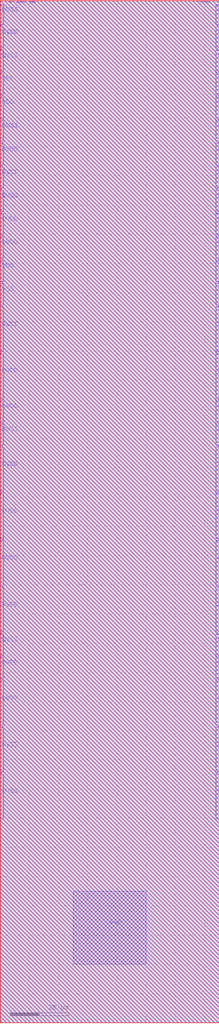
<source format=lef>
# Copyright 2022 GlobalFoundries PDK Authors
#
# Licensed under the Apache License, Version 2.0 (the "License");
# you may not use this file except in compliance with the License.
# You may obtain a copy of the License at
#
#     http://www.apache.org/licenses/LICENSE-2.0
#
# Unless required by applicable law or agreed to in writing, software
# distributed under the License is distributed on an "AS IS" BASIS,
# WITHOUT WARRANTIES OR CONDITIONS OF ANY KIND, either express or implied.
# See the License for the specific language governing permissions and
# limitations under the License.

MACRO gf180mcu_fd_io__bi_t
  CLASS PAD INOUT ;
  ORIGIN 0 0 ;
  FOREIGN gf180mcu_fd_io__bi_t 0 0 ;
  SIZE 75 BY 350 ;
  SYMMETRY X Y R90 ;
  SITE GF_IO_Site ;
    PIN PAD
        DIRECTION INOUT ;
        USE SIGNAL ;
        PORT
        LAYER Metal3  ;
        RECT 25.000 20.000 50.000 45.000 ;
        END
    END PAD
  PIN A
    DIRECTION INPUT ;
    USE SIGNAL ;
    ANTENNADIFFAREA 1 LAYER Metal2 ;
      ANTENNAGATEAREA 4.2 LAYER Metal2 ;
    PORT
        CLASS CORE ;
      LAYER Metal2 ;
        RECT 69.4 349.62 69.78 350 ;
    END
  END A
  PIN CS
    DIRECTION INPUT ;
    USE SIGNAL ;
    ANTENNADIFFAREA 1 LAYER Metal2 ;
      ANTENNAGATEAREA 3.15 LAYER Metal2 ;
    PORT
        CLASS CORE ;
      LAYER Metal2 ;
        RECT 3.36 349.62 3.74 350 ;
    END
  END CS
  PIN IE
    DIRECTION INPUT ;
    USE SIGNAL ;
    ANTENNADIFFAREA 1 LAYER Metal2 ;
      ANTENNAGATEAREA 3.15 LAYER Metal2 ;
    PORT
        CLASS CORE ;
      LAYER Metal2 ;
        RECT 11.385 349.62 11.765 350 ;
    END
  END IE
  PIN OE
    DIRECTION INPUT ;
    USE SIGNAL ;
    ANTENNADIFFAREA 7.776 LAYER Metal2 ;
      ANTENNAGATEAREA 16.8 LAYER Metal2 ;
    PORT
        CLASS CORE ;
      LAYER Metal2 ;
        RECT 70.13 349.62 70.51 350 ;
    END
  END OE
  PIN PD
    DIRECTION INPUT ;
    USE SIGNAL ;
    ANTENNADIFFAREA 1 LAYER Metal2 ;
      ANTENNAGATEAREA 10.5 LAYER Metal2 ;
    PORT
        CLASS CORE ;
      LAYER Metal2 ;
        RECT 10.33 349.62 10.71 350 ;
    END
  END PD
  PIN PDRV0
    DIRECTION INPUT ;
    USE SIGNAL ;
    ANTENNADIFFAREA 2.592 LAYER Metal2 ;
      ANTENNAGATEAREA 4.2 LAYER Metal2 ;
    PORT
        CLASS CORE ;
      LAYER Metal2 ;
        RECT 7.11 349.62 7.49 350 ;
    END
  END PDRV0
  PIN PDRV1
    DIRECTION INPUT ;
    USE SIGNAL ;
    ANTENNADIFFAREA 2.592 LAYER Metal2 ;
      ANTENNAGATEAREA 4.2 LAYER Metal2 ;
    PORT
        CLASS CORE ;
      LAYER Metal2 ;
        RECT 7.82 349.62 8.2 350 ;
    END
  END PDRV1
  PIN PU
    DIRECTION INPUT ;
    USE SIGNAL ;
    ANTENNADIFFAREA 2.98 LAYER Metal2 ;
      ANTENNAGATEAREA 7.35 LAYER Metal2 ;
    PORT
        CLASS CORE ;
      LAYER Metal2 ;
        RECT 5.965 349.62 6.345 350 ;
    END
  END PU
  PIN SL
    DIRECTION INPUT ;
    USE SIGNAL ;
    ANTENNADIFFAREA 1 LAYER Metal2 ;
      ANTENNAGATEAREA 3.15 LAYER Metal2 ;
    PORT
        CLASS CORE ;
      LAYER Metal2 ;
        RECT 68.67 349.62 69.05 350 ;
    END
  END SL
  PIN Y
    DIRECTION OUTPUT ;
    USE SIGNAL ;
    ANTENNADIFFAREA 7.8 LAYER Metal2 ;
    PORT
        CLASS CORE ;
      LAYER Metal2 ;
        RECT 70.86 349.62 71.24 350 ;
    END
  END Y
  PIN DVDD
    DIRECTION INOUT ;
    USE POWER ;
    PORT
      LAYER Metal3 ;
        RECT 74 118 75 125 ;
    END
    PORT
      LAYER Metal3 ;
        RECT 74 182 75 197 ;
    END
    PORT
      LAYER Metal3 ;
        RECT 74 166 75 181 ;
    END
    PORT
      LAYER Metal3 ;
        RECT 74 150 75 165 ;
    END
    PORT
      LAYER Metal3 ;
        RECT 74 134 75 149 ;
    END
    PORT
      LAYER Metal3 ;
        RECT 74 214 75 229 ;
    END
    PORT
      LAYER Metal3 ;
        RECT 74 206 75 213 ;
    END
    PORT
      LAYER Metal3 ;
        RECT 74 278 75 285 ;
    END
    PORT
      LAYER Metal3 ;
        RECT 74 270 75 277 ;
    END
    PORT
      LAYER Metal3 ;
        RECT 74 262 75 269 ;
    END
    PORT
      LAYER Metal3 ;
        RECT 74 294 75 301 ;
    END
    PORT
      LAYER Metal3 ;
        RECT 74 334 75 341 ;
    END
    PORT
      LAYER Metal3 ;
        RECT 0 334 1 341 ;
    END
    PORT
      LAYER Metal3 ;
        RECT 0 294 1 301 ;
    END
    PORT
      LAYER Metal3 ;
        RECT 0 262 1 269 ;
    END
    PORT
      LAYER Metal3 ;
        RECT 0 270 1 277 ;
    END
    PORT
      LAYER Metal3 ;
        RECT 0 278 1 285 ;
    END
    PORT
      LAYER Metal3 ;
        RECT 0 206 1 213 ;
    END
    PORT
      LAYER Metal3 ;
        RECT 0 214 1 229 ;
    END
    PORT
      LAYER Metal3 ;
        RECT 0 134 1 149 ;
    END
    PORT
      LAYER Metal3 ;
        RECT 0 150 1 165 ;
    END
    PORT
      LAYER Metal3 ;
        RECT 0 166 1 181 ;
    END
    PORT
      LAYER Metal3 ;
        RECT 0 182 1 197 ;
    END
    PORT
      LAYER Metal3 ;
        RECT 0 118 1 125 ;
    END
  END DVDD
  PIN DVSS
    DIRECTION INOUT ;
    USE GROUND ;
    PORT
      LAYER Metal3 ;
        RECT 74 102 75 117 ;
    END
    PORT
      LAYER Metal3 ;
        RECT 74 86 75 101 ;
    END
    PORT
      LAYER Metal3 ;
        RECT 74 70 75 85 ;
    END
    PORT
      LAYER Metal3 ;
        RECT 74 126 75 133 ;
    END
    PORT
      LAYER Metal3 ;
        RECT 74 198 75 205 ;
    END
    PORT
      LAYER Metal3 ;
        RECT 74 230 75 245 ;
    END
    PORT
      LAYER Metal3 ;
        RECT 74 286 75 293 ;
    END
    PORT
      LAYER Metal3 ;
        RECT 74 302 75 309 ;
    END
    PORT
      LAYER Metal3 ;
        RECT 74 326 75 333 ;
    END
    PORT
      LAYER Metal3 ;
        RECT 74 342 75 348.39 ;
    END
    PORT
      LAYER Metal3 ;
        RECT 0 342 1 348.39 ;
    END
    PORT
      LAYER Metal3 ;
        RECT 0 326 1 333 ;
    END
    PORT
      LAYER Metal3 ;
        RECT 0 302 1 309 ;
    END
    PORT
      LAYER Metal3 ;
        RECT 0 286 1 293 ;
    END
    PORT
      LAYER Metal3 ;
        RECT 0 230 1 245 ;
    END
    PORT
      LAYER Metal3 ;
        RECT 0 198 1 205 ;
    END
    PORT
      LAYER Metal3 ;
        RECT 0 126 1 133 ;
    END
    PORT
      LAYER Metal3 ;
        RECT 0 70 1 85 ;
    END
    PORT
      LAYER Metal3 ;
        RECT 0 86 1 101 ;
    END
    PORT
      LAYER Metal3 ;
        RECT 0 102 1 117 ;
    END
  END DVSS
  PIN VDD
    DIRECTION INOUT ;
    USE POWER ;
    PORT
      LAYER Metal3 ;
        RECT 74 254 75 261 ;
    END
    PORT
      LAYER Metal3 ;
        RECT 74 310 75 317 ;
    END
    PORT
      LAYER Metal3 ;
        RECT 0 310 1 317 ;
    END
    PORT
      LAYER Metal3 ;
        RECT 0 254 1 261 ;
    END
  END VDD
  PIN VSS
    DIRECTION INOUT ;
    USE GROUND ;
    PORT
      LAYER Metal3 ;
        RECT 74 246 75 253 ;
    END
    PORT
      LAYER Metal3 ;
        RECT 74 318 75 325 ;
    END
    PORT
      LAYER Metal3 ;
        RECT 0 318 1 325 ;
    END
    PORT
      LAYER Metal3 ;
        RECT 0 246 1 253 ;
    END
  END VSS
  OBS
    LAYER Metal1 ;
      RECT 0 0 75 350 ;
    LAYER Metal2 ;
      POLYGON 75 350 71.52 350 71.52 349.34 68.39 349.34 68.39 350 12.045 350 12.045 349.34 11.105 349.34 11.105 350 10.99 350 10.99 349.34 10.05 349.34 10.05 350 8.48 350 8.48 349.34 6.83 349.34 6.83 350 6.625 350 6.625 349.34 5.685 349.34 5.685 350 4.02 350 4.02 349.34 3.08 349.34 3.08 350 0 350 0 0 75 0 ;
    LAYER Metal3 ;
      POLYGON 75 69.72 73.72 69.72 73.72 85.28 75 85.28 75 85.72 73.72 85.72 73.72 101.28 75 101.28 75 101.72 73.72 101.72 73.72 117.28 75 117.28 75 117.72 73.72 117.72 73.72 125.28 75 125.28 75 125.72 73.72 125.72 73.72 133.28 75 133.28 75 133.72 73.72 133.72 73.72 149.28 75 149.28 75 149.72 73.72 149.72 73.72 165.28 75 165.28 75 165.72 73.72 165.72 73.72 181.28 75 181.28 75 181.72 73.72 181.72 73.72 197.28 75 197.28 75 197.72 73.72 197.72 73.72 205.28 75 205.28 75 205.72 73.72 205.72 73.72 213.28 75 213.28 75 213.72 73.72 213.72 73.72 229.28 75 229.28 75 229.72 73.72 229.72 73.72 245.28 75 245.28 75 245.72 73.72 245.72 73.72 253.28 75 253.28 75 253.72 73.72 253.72 73.72 261.28 75 261.28 75 261.72 73.72 261.72 73.72 269.28 75 269.28 75 269.72 73.72 269.72 73.72 277.28 75 277.28 75 277.72 73.72 277.72 73.72 285.28 75 285.28 75 285.72 73.72 285.72 73.72 293.28 75 293.28 75 293.72 73.72 293.72 73.72 301.28 75 301.28 75 301.72 73.72 301.72 73.72 309.28 75 309.28 75 309.72 73.72 309.72 73.72 317.28 75 317.28 75 317.72 73.72 317.72 73.72 325.28 75 325.28 75 325.72 73.72 325.72 73.72 333.28 75 333.28 75 333.72 73.72 333.72 73.72 341.28 75 341.28 75 341.72 73.72 341.72 73.72 348.67 75 348.67 75 350 0 350 0 348.67 1.28 348.67 1.28 341.72 0 341.72 0 341.28 1.28 341.28 1.28 333.72 0 333.72 0 333.28 1.28 333.28 1.28 325.72 0 325.72 0 325.28 1.28 325.28 1.28 317.72 0 317.72 0 317.28 1.28 317.28 1.28 309.72 0 309.72 0 309.28 1.28 309.28 1.28 301.72 0 301.72 0 301.28 1.28 301.28 1.28 293.72 0 293.72 0 293.28 1.28 293.28 1.28 285.72 0 285.72 0 285.28 1.28 285.28 1.28 277.72 0 277.72 0 277.28 1.28 277.28 1.28 269.72 0 269.72 0 269.28 1.28 269.28 1.28 261.72 0 261.72 0 261.28 1.28 261.28 1.28 253.72 0 253.72 0 253.28 1.28 253.28 1.28 245.72 0 245.72 0 245.28 1.28 245.28 1.28 229.72 0 229.72 0 229.28 1.28 229.28 1.28 213.72 0 213.72 0 213.28 1.28 213.28 1.28 205.72 0 205.72 0 205.28 1.28 205.28 1.28 197.72 0 197.72 0 197.28 1.28 197.28 1.28 181.72 0 181.72 0 181.28 1.28 181.28 1.28 165.72 0 165.72 0 165.28 1.28 165.28 1.28 149.72 0 149.72 0 149.28 1.28 149.28 1.28 133.72 0 133.72 0 133.28 1.28 133.28 1.28 125.72 0 125.72 0 125.28 1.28 125.28 1.28 117.72 0 117.72 0 117.28 1.28 117.28 1.28 101.72 0 101.72 0 101.28 1.28 101.28 1.28 85.72 0 85.72 0 85.28 1.28 85.28 1.28 69.72 0 69.72 0 0 75 0 ;
    LAYER Via1 ;
      RECT 0 0 75 350 ;
    LAYER Via2 ;
      RECT 0 0 75 350 ;
  END

END gf180mcu_fd_io__bi_t

</source>
